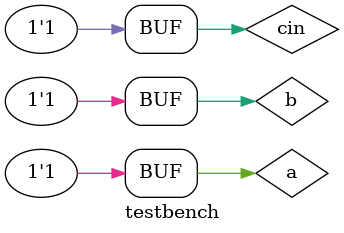
<source format=v>
module testbench();

	reg a;
	reg b;
	reg cin;
	wire cout;
	wire sum;
	
	full_adder_struc FULL_ADDER(
		.a(a),
		.b(b),
		.cin(cin),
		.cout(cout),
		.sum(sum)
		);
		
	initial begin
		$monitor("a = %b, b = %b, cin = %b, sum = %b, cout = %b ", a, b, cin, sum, cout);
	end
	
	initial begin 
		
		#1; a = 0; b = 0; cin = 0;
		#1; a = 0; b = 0; cin = 1;
		#1; a = 0; b = 1; cin = 0;
		#1; a = 0; b = 1; cin = 1;
		#1; a = 1; b = 0; cin = 0;
		#1; a = 1; b = 0; cin = 1;
		#1; a = 1; b = 1; cin = 0;
		#1; a = 1; b = 1; cin = 1;
		
	end
	
endmodule 
</source>
